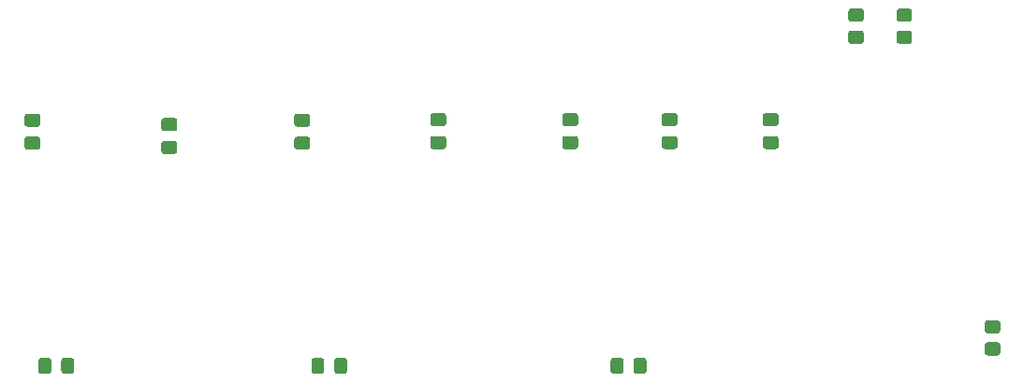
<source format=gbp>
G04 #@! TF.GenerationSoftware,KiCad,Pcbnew,(5.1.12-1-10_14)*
G04 #@! TF.CreationDate,2022-01-01T14:19:29-07:00*
G04 #@! TF.ProjectId,GenMemBlock,47656e4d-656d-4426-9c6f-636b2e6b6963,rev?*
G04 #@! TF.SameCoordinates,Original*
G04 #@! TF.FileFunction,Paste,Bot*
G04 #@! TF.FilePolarity,Positive*
%FSLAX46Y46*%
G04 Gerber Fmt 4.6, Leading zero omitted, Abs format (unit mm)*
G04 Created by KiCad (PCBNEW (5.1.12-1-10_14)) date 2022-01-01 14:19:29*
%MOMM*%
%LPD*%
G01*
G04 APERTURE LIST*
G04 APERTURE END LIST*
G36*
G01*
X124111599Y-103778000D02*
X125011601Y-103778000D01*
G75*
G02*
X125261600Y-104027999I0J-249999D01*
G01*
X125261600Y-104728001D01*
G75*
G02*
X125011601Y-104978000I-249999J0D01*
G01*
X124111599Y-104978000D01*
G75*
G02*
X123861600Y-104728001I0J249999D01*
G01*
X123861600Y-104027999D01*
G75*
G02*
X124111599Y-103778000I249999J0D01*
G01*
G37*
G36*
G01*
X124111599Y-101778000D02*
X125011601Y-101778000D01*
G75*
G02*
X125261600Y-102027999I0J-249999D01*
G01*
X125261600Y-102728001D01*
G75*
G02*
X125011601Y-102978000I-249999J0D01*
G01*
X124111599Y-102978000D01*
G75*
G02*
X123861600Y-102728001I0J249999D01*
G01*
X123861600Y-102027999D01*
G75*
G02*
X124111599Y-101778000I249999J0D01*
G01*
G37*
G36*
G01*
X38194000Y-84241000D02*
X37244000Y-84241000D01*
G75*
G02*
X36994000Y-83991000I0J250000D01*
G01*
X36994000Y-83316000D01*
G75*
G02*
X37244000Y-83066000I250000J0D01*
G01*
X38194000Y-83066000D01*
G75*
G02*
X38444000Y-83316000I0J-250000D01*
G01*
X38444000Y-83991000D01*
G75*
G02*
X38194000Y-84241000I-250000J0D01*
G01*
G37*
G36*
G01*
X38194000Y-86316000D02*
X37244000Y-86316000D01*
G75*
G02*
X36994000Y-86066000I0J250000D01*
G01*
X36994000Y-85391000D01*
G75*
G02*
X37244000Y-85141000I250000J0D01*
G01*
X38194000Y-85141000D01*
G75*
G02*
X38444000Y-85391000I0J-250000D01*
G01*
X38444000Y-86066000D01*
G75*
G02*
X38194000Y-86316000I-250000J0D01*
G01*
G37*
G36*
G01*
X74897000Y-84190200D02*
X73947000Y-84190200D01*
G75*
G02*
X73697000Y-83940200I0J250000D01*
G01*
X73697000Y-83265200D01*
G75*
G02*
X73947000Y-83015200I250000J0D01*
G01*
X74897000Y-83015200D01*
G75*
G02*
X75147000Y-83265200I0J-250000D01*
G01*
X75147000Y-83940200D01*
G75*
G02*
X74897000Y-84190200I-250000J0D01*
G01*
G37*
G36*
G01*
X74897000Y-86265200D02*
X73947000Y-86265200D01*
G75*
G02*
X73697000Y-86015200I0J250000D01*
G01*
X73697000Y-85340200D01*
G75*
G02*
X73947000Y-85090200I250000J0D01*
G01*
X74897000Y-85090200D01*
G75*
G02*
X75147000Y-85340200I0J-250000D01*
G01*
X75147000Y-86015200D01*
G75*
G02*
X74897000Y-86265200I-250000J0D01*
G01*
G37*
G36*
G01*
X94876600Y-85090200D02*
X95826600Y-85090200D01*
G75*
G02*
X96076600Y-85340200I0J-250000D01*
G01*
X96076600Y-86015200D01*
G75*
G02*
X95826600Y-86265200I-250000J0D01*
G01*
X94876600Y-86265200D01*
G75*
G02*
X94626600Y-86015200I0J250000D01*
G01*
X94626600Y-85340200D01*
G75*
G02*
X94876600Y-85090200I250000J0D01*
G01*
G37*
G36*
G01*
X94876600Y-83015200D02*
X95826600Y-83015200D01*
G75*
G02*
X96076600Y-83265200I0J-250000D01*
G01*
X96076600Y-83940200D01*
G75*
G02*
X95826600Y-84190200I-250000J0D01*
G01*
X94876600Y-84190200D01*
G75*
G02*
X94626600Y-83940200I0J250000D01*
G01*
X94626600Y-83265200D01*
G75*
G02*
X94876600Y-83015200I250000J0D01*
G01*
G37*
G36*
G01*
X92093200Y-106393000D02*
X92093200Y-105443000D01*
G75*
G02*
X92343200Y-105193000I250000J0D01*
G01*
X93018200Y-105193000D01*
G75*
G02*
X93268200Y-105443000I0J-250000D01*
G01*
X93268200Y-106393000D01*
G75*
G02*
X93018200Y-106643000I-250000J0D01*
G01*
X92343200Y-106643000D01*
G75*
G02*
X92093200Y-106393000I0J250000D01*
G01*
G37*
G36*
G01*
X90018200Y-106393000D02*
X90018200Y-105443000D01*
G75*
G02*
X90268200Y-105193000I250000J0D01*
G01*
X90943200Y-105193000D01*
G75*
G02*
X91193200Y-105443000I0J-250000D01*
G01*
X91193200Y-106393000D01*
G75*
G02*
X90943200Y-106643000I-250000J0D01*
G01*
X90268200Y-106643000D01*
G75*
G02*
X90018200Y-106393000I0J250000D01*
G01*
G37*
G36*
G01*
X40328000Y-106393000D02*
X40328000Y-105443000D01*
G75*
G02*
X40578000Y-105193000I250000J0D01*
G01*
X41253000Y-105193000D01*
G75*
G02*
X41503000Y-105443000I0J-250000D01*
G01*
X41503000Y-106393000D01*
G75*
G02*
X41253000Y-106643000I-250000J0D01*
G01*
X40578000Y-106643000D01*
G75*
G02*
X40328000Y-106393000I0J250000D01*
G01*
G37*
G36*
G01*
X38253000Y-106393000D02*
X38253000Y-105443000D01*
G75*
G02*
X38503000Y-105193000I250000J0D01*
G01*
X39178000Y-105193000D01*
G75*
G02*
X39428000Y-105443000I0J-250000D01*
G01*
X39428000Y-106393000D01*
G75*
G02*
X39178000Y-106643000I-250000J0D01*
G01*
X38503000Y-106643000D01*
G75*
G02*
X38253000Y-106393000I0J250000D01*
G01*
G37*
G36*
G01*
X65016800Y-106393000D02*
X65016800Y-105443000D01*
G75*
G02*
X65266800Y-105193000I250000J0D01*
G01*
X65941800Y-105193000D01*
G75*
G02*
X66191800Y-105443000I0J-250000D01*
G01*
X66191800Y-106393000D01*
G75*
G02*
X65941800Y-106643000I-250000J0D01*
G01*
X65266800Y-106643000D01*
G75*
G02*
X65016800Y-106393000I0J250000D01*
G01*
G37*
G36*
G01*
X62941800Y-106393000D02*
X62941800Y-105443000D01*
G75*
G02*
X63191800Y-105193000I250000J0D01*
G01*
X63866800Y-105193000D01*
G75*
G02*
X64116800Y-105443000I0J-250000D01*
G01*
X64116800Y-106393000D01*
G75*
G02*
X63866800Y-106643000I-250000J0D01*
G01*
X63191800Y-106643000D01*
G75*
G02*
X62941800Y-106393000I0J250000D01*
G01*
G37*
G36*
G01*
X85885000Y-85090200D02*
X86835000Y-85090200D01*
G75*
G02*
X87085000Y-85340200I0J-250000D01*
G01*
X87085000Y-86015200D01*
G75*
G02*
X86835000Y-86265200I-250000J0D01*
G01*
X85885000Y-86265200D01*
G75*
G02*
X85635000Y-86015200I0J250000D01*
G01*
X85635000Y-85340200D01*
G75*
G02*
X85885000Y-85090200I250000J0D01*
G01*
G37*
G36*
G01*
X85885000Y-83015200D02*
X86835000Y-83015200D01*
G75*
G02*
X87085000Y-83265200I0J-250000D01*
G01*
X87085000Y-83940200D01*
G75*
G02*
X86835000Y-84190200I-250000J0D01*
G01*
X85885000Y-84190200D01*
G75*
G02*
X85635000Y-83940200I0J250000D01*
G01*
X85635000Y-83265200D01*
G75*
G02*
X85885000Y-83015200I250000J0D01*
G01*
G37*
G36*
G01*
X104970600Y-84190200D02*
X104020600Y-84190200D01*
G75*
G02*
X103770600Y-83940200I0J250000D01*
G01*
X103770600Y-83265200D01*
G75*
G02*
X104020600Y-83015200I250000J0D01*
G01*
X104970600Y-83015200D01*
G75*
G02*
X105220600Y-83265200I0J-250000D01*
G01*
X105220600Y-83940200D01*
G75*
G02*
X104970600Y-84190200I-250000J0D01*
G01*
G37*
G36*
G01*
X104970600Y-86265200D02*
X104020600Y-86265200D01*
G75*
G02*
X103770600Y-86015200I0J250000D01*
G01*
X103770600Y-85340200D01*
G75*
G02*
X104020600Y-85090200I250000J0D01*
G01*
X104970600Y-85090200D01*
G75*
G02*
X105220600Y-85340200I0J-250000D01*
G01*
X105220600Y-86015200D01*
G75*
G02*
X104970600Y-86265200I-250000J0D01*
G01*
G37*
G36*
G01*
X50576500Y-84640000D02*
X49626500Y-84640000D01*
G75*
G02*
X49376500Y-84390000I0J250000D01*
G01*
X49376500Y-83715000D01*
G75*
G02*
X49626500Y-83465000I250000J0D01*
G01*
X50576500Y-83465000D01*
G75*
G02*
X50826500Y-83715000I0J-250000D01*
G01*
X50826500Y-84390000D01*
G75*
G02*
X50576500Y-84640000I-250000J0D01*
G01*
G37*
G36*
G01*
X50576500Y-86715000D02*
X49626500Y-86715000D01*
G75*
G02*
X49376500Y-86465000I0J250000D01*
G01*
X49376500Y-85790000D01*
G75*
G02*
X49626500Y-85540000I250000J0D01*
G01*
X50576500Y-85540000D01*
G75*
G02*
X50826500Y-85790000I0J-250000D01*
G01*
X50826500Y-86465000D01*
G75*
G02*
X50576500Y-86715000I-250000J0D01*
G01*
G37*
G36*
G01*
X62590700Y-84241000D02*
X61640700Y-84241000D01*
G75*
G02*
X61390700Y-83991000I0J250000D01*
G01*
X61390700Y-83316000D01*
G75*
G02*
X61640700Y-83066000I250000J0D01*
G01*
X62590700Y-83066000D01*
G75*
G02*
X62840700Y-83316000I0J-250000D01*
G01*
X62840700Y-83991000D01*
G75*
G02*
X62590700Y-84241000I-250000J0D01*
G01*
G37*
G36*
G01*
X62590700Y-86316000D02*
X61640700Y-86316000D01*
G75*
G02*
X61390700Y-86066000I0J250000D01*
G01*
X61390700Y-85391000D01*
G75*
G02*
X61640700Y-85141000I250000J0D01*
G01*
X62590700Y-85141000D01*
G75*
G02*
X62840700Y-85391000I0J-250000D01*
G01*
X62840700Y-86066000D01*
G75*
G02*
X62590700Y-86316000I-250000J0D01*
G01*
G37*
G36*
G01*
X112667201Y-74733200D02*
X111767199Y-74733200D01*
G75*
G02*
X111517200Y-74483201I0J249999D01*
G01*
X111517200Y-73783199D01*
G75*
G02*
X111767199Y-73533200I249999J0D01*
G01*
X112667201Y-73533200D01*
G75*
G02*
X112917200Y-73783199I0J-249999D01*
G01*
X112917200Y-74483201D01*
G75*
G02*
X112667201Y-74733200I-249999J0D01*
G01*
G37*
G36*
G01*
X112667201Y-76733200D02*
X111767199Y-76733200D01*
G75*
G02*
X111517200Y-76483201I0J249999D01*
G01*
X111517200Y-75783199D01*
G75*
G02*
X111767199Y-75533200I249999J0D01*
G01*
X112667201Y-75533200D01*
G75*
G02*
X112917200Y-75783199I0J-249999D01*
G01*
X112917200Y-76483201D01*
G75*
G02*
X112667201Y-76733200I-249999J0D01*
G01*
G37*
G36*
G01*
X117036001Y-74733200D02*
X116135999Y-74733200D01*
G75*
G02*
X115886000Y-74483201I0J249999D01*
G01*
X115886000Y-73783199D01*
G75*
G02*
X116135999Y-73533200I249999J0D01*
G01*
X117036001Y-73533200D01*
G75*
G02*
X117286000Y-73783199I0J-249999D01*
G01*
X117286000Y-74483201D01*
G75*
G02*
X117036001Y-74733200I-249999J0D01*
G01*
G37*
G36*
G01*
X117036001Y-76733200D02*
X116135999Y-76733200D01*
G75*
G02*
X115886000Y-76483201I0J249999D01*
G01*
X115886000Y-75783199D01*
G75*
G02*
X116135999Y-75533200I249999J0D01*
G01*
X117036001Y-75533200D01*
G75*
G02*
X117286000Y-75783199I0J-249999D01*
G01*
X117286000Y-76483201D01*
G75*
G02*
X117036001Y-76733200I-249999J0D01*
G01*
G37*
M02*

</source>
